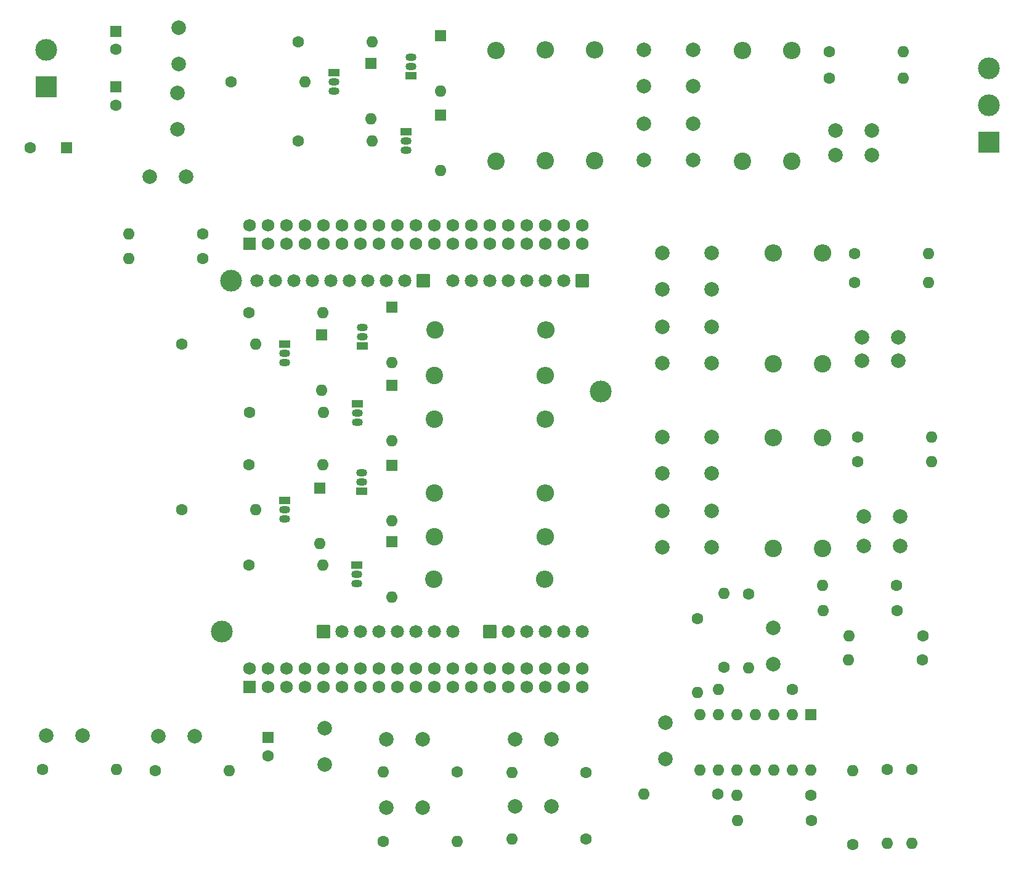
<source format=gbr>
%TF.GenerationSoftware,KiCad,Pcbnew,7.0.8*%
%TF.CreationDate,2024-01-04T13:34:46+01:00*%
%TF.ProjectId,Inverter F446,496e7665-7274-4657-9220-463434362e6b,rev?*%
%TF.SameCoordinates,Original*%
%TF.FileFunction,Soldermask,Bot*%
%TF.FilePolarity,Negative*%
%FSLAX46Y46*%
G04 Gerber Fmt 4.6, Leading zero omitted, Abs format (unit mm)*
G04 Created by KiCad (PCBNEW 7.0.8) date 2024-01-04 13:34:46*
%MOMM*%
%LPD*%
G01*
G04 APERTURE LIST*
G04 Aperture macros list*
%AMRoundRect*
0 Rectangle with rounded corners*
0 $1 Rounding radius*
0 $2 $3 $4 $5 $6 $7 $8 $9 X,Y pos of 4 corners*
0 Add a 4 corners polygon primitive as box body*
4,1,4,$2,$3,$4,$5,$6,$7,$8,$9,$2,$3,0*
0 Add four circle primitives for the rounded corners*
1,1,$1+$1,$2,$3*
1,1,$1+$1,$4,$5*
1,1,$1+$1,$6,$7*
1,1,$1+$1,$8,$9*
0 Add four rect primitives between the rounded corners*
20,1,$1+$1,$2,$3,$4,$5,0*
20,1,$1+$1,$4,$5,$6,$7,0*
20,1,$1+$1,$6,$7,$8,$9,0*
20,1,$1+$1,$8,$9,$2,$3,0*%
G04 Aperture macros list end*
%ADD10C,2.000000*%
%ADD11C,1.600000*%
%ADD12O,1.600000X1.600000*%
%ADD13R,1.600000X1.600000*%
%ADD14R,1.500000X1.050000*%
%ADD15O,1.500000X1.050000*%
%ADD16C,2.400000*%
%ADD17O,2.400000X2.400000*%
%ADD18R,3.000000X3.000000*%
%ADD19C,3.000000*%
%ADD20RoundRect,0.102000X0.802500X-0.802500X0.802500X0.802500X-0.802500X0.802500X-0.802500X-0.802500X0*%
%ADD21C,1.809000*%
%ADD22RoundRect,0.102000X0.765000X-0.765000X0.765000X0.765000X-0.765000X0.765000X-0.765000X-0.765000X0*%
%ADD23C,1.734000*%
G04 APERTURE END LIST*
D10*
%TO.C,C12*%
X109220000Y-55860000D03*
X109220000Y-60860000D03*
%TD*%
D11*
%TO.C,R37*%
X39260959Y-43050087D03*
D12*
X29100959Y-43050087D03*
%TD*%
D13*
%TO.C,D2*%
X62339688Y-19656242D03*
D12*
X62339688Y-27276242D03*
%TD*%
D10*
%TO.C,C24*%
X130078061Y-85980594D03*
X135078061Y-85980594D03*
%TD*%
D14*
%TO.C,Q3*%
X57274523Y-20926242D03*
D15*
X57274523Y-22196242D03*
X57274523Y-23466242D03*
%TD*%
D16*
%TO.C,L6*%
X79586667Y-33127323D03*
D17*
X79586667Y-17887323D03*
%TD*%
D13*
%TO.C,C7*%
X27339244Y-22871589D03*
D11*
X27339244Y-25371589D03*
%TD*%
D16*
%TO.C,L16*%
X124460000Y-86360000D03*
D17*
X124460000Y-71120000D03*
%TD*%
D11*
%TO.C,R5*%
X45685407Y-67651038D03*
D12*
X55845407Y-67651038D03*
%TD*%
D11*
%TO.C,R14*%
X114300000Y-92611804D03*
D12*
X114300000Y-102771804D03*
%TD*%
D18*
%TO.C,J1*%
X17780000Y-22860000D03*
D19*
X17780000Y-17780000D03*
%TD*%
D11*
%TO.C,R1*%
X52379688Y-16701823D03*
D12*
X62539688Y-16701823D03*
%TD*%
D14*
%TO.C,Q8*%
X61147815Y-78446962D03*
D15*
X61147815Y-77176962D03*
X61147815Y-75906962D03*
%TD*%
D10*
%TO.C,C25*%
X87187777Y-112579296D03*
X82187777Y-112579296D03*
%TD*%
D11*
%TO.C,R22*%
X122815658Y-120253120D03*
D12*
X112655658Y-120253120D03*
%TD*%
D11*
%TO.C,R32*%
X64049887Y-126628662D03*
D12*
X74209887Y-126628662D03*
%TD*%
D11*
%TO.C,R25*%
X138179567Y-101648266D03*
D12*
X128019567Y-101648266D03*
%TD*%
D11*
%TO.C,R21*%
X133320319Y-116710364D03*
D12*
X133320319Y-126870364D03*
%TD*%
D10*
%TO.C,C34*%
X32020697Y-35199069D03*
X37020697Y-35199069D03*
%TD*%
D11*
%TO.C,R28*%
X128555967Y-127055435D03*
D12*
X128555967Y-116895435D03*
%TD*%
D13*
%TO.C,C32*%
X48260000Y-112346386D03*
D11*
X48260000Y-114846386D03*
%TD*%
%TO.C,R11*%
X134620000Y-91440000D03*
D12*
X124460000Y-91440000D03*
%TD*%
D11*
%TO.C,R40*%
X129287238Y-71015959D03*
D12*
X139447238Y-71015959D03*
%TD*%
D16*
%TO.C,L3*%
X113453332Y-33127323D03*
D17*
X113453332Y-17887323D03*
%TD*%
D11*
%TO.C,R10*%
X125402877Y-21642615D03*
D12*
X135562877Y-21642615D03*
%TD*%
D16*
%TO.C,L7*%
X71205233Y-56291482D03*
D17*
X86445233Y-56291482D03*
%TD*%
D10*
%TO.C,C21*%
X129840775Y-60555652D03*
X134840775Y-60555652D03*
%TD*%
D11*
%TO.C,R39*%
X128860592Y-45829420D03*
D12*
X139020592Y-45829420D03*
%TD*%
D19*
%TO.C,U1*%
X41910000Y-97790000D03*
X93980000Y-64770000D03*
X43180000Y-49530000D03*
D20*
X69600000Y-49530000D03*
D21*
X67060000Y-49530000D03*
X64520000Y-49530000D03*
X61980000Y-49530000D03*
X59440000Y-49530000D03*
X56900000Y-49530000D03*
X54360000Y-49530000D03*
X51820000Y-49530000D03*
X49280000Y-49530000D03*
X46740000Y-49530000D03*
D20*
X55880000Y-97790000D03*
D21*
X58420000Y-97790000D03*
X60960000Y-97790000D03*
X63500000Y-97790000D03*
X66040000Y-97790000D03*
X68580000Y-97790000D03*
X71120000Y-97790000D03*
X73660000Y-97790000D03*
D22*
X45720000Y-105410000D03*
D23*
X45720000Y-102870000D03*
X48260000Y-105410000D03*
X48260000Y-102870000D03*
X50800000Y-105410000D03*
X50800000Y-102870000D03*
X53340000Y-105410000D03*
X53340000Y-102870000D03*
X55880000Y-105410000D03*
X55880000Y-102870000D03*
X58420000Y-105410000D03*
X58420000Y-102870000D03*
X60960000Y-105410000D03*
X60960000Y-102870000D03*
X63500000Y-105410000D03*
X63500000Y-102870000D03*
X66040000Y-105410000D03*
X66040000Y-102870000D03*
X68580000Y-105410000D03*
X68580000Y-102870000D03*
X71120000Y-105410000D03*
X71120000Y-102870000D03*
X73660000Y-105410000D03*
X73660000Y-102870000D03*
X76200000Y-105410000D03*
X76200000Y-102870000D03*
X78740000Y-105410000D03*
X78740000Y-102870000D03*
X81280000Y-105410000D03*
X81280000Y-102870000D03*
X83820000Y-105410000D03*
X83820000Y-102870000D03*
X86360000Y-105410000D03*
X86360000Y-102870000D03*
X88900000Y-105410000D03*
X88900000Y-102870000D03*
X91440000Y-105410000D03*
X91440000Y-102870000D03*
D20*
X78740000Y-97790000D03*
D21*
X81280000Y-97790000D03*
X83820000Y-97790000D03*
X86360000Y-97790000D03*
X88900000Y-97790000D03*
X91440000Y-97790000D03*
D20*
X91440000Y-49530000D03*
D21*
X88900000Y-49530000D03*
X86360000Y-49530000D03*
X83820000Y-49530000D03*
X81280000Y-49530000D03*
X78740000Y-49530000D03*
X76200000Y-49530000D03*
X73660000Y-49530000D03*
D22*
X45720000Y-44450000D03*
D23*
X45720000Y-41910000D03*
X48260000Y-44450000D03*
X48260000Y-41910000D03*
X50800000Y-44450000D03*
X50800000Y-41910000D03*
X53340000Y-44450000D03*
X53340000Y-41910000D03*
X55880000Y-44450000D03*
X55880000Y-41910000D03*
X58420000Y-44450000D03*
X58420000Y-41910000D03*
X60960000Y-44450000D03*
X60960000Y-41910000D03*
X63500000Y-44450000D03*
X63500000Y-41910000D03*
X66040000Y-44450000D03*
X66040000Y-41910000D03*
X68580000Y-44450000D03*
X68580000Y-41910000D03*
X71120000Y-44450000D03*
X71120000Y-41910000D03*
X73660000Y-44450000D03*
X73660000Y-41910000D03*
X76200000Y-44450000D03*
X76200000Y-41910000D03*
X78740000Y-44450000D03*
X78740000Y-41910000D03*
X81280000Y-44450000D03*
X81280000Y-41910000D03*
X83820000Y-44450000D03*
X83820000Y-41910000D03*
X86360000Y-44450000D03*
X86360000Y-41910000D03*
X88900000Y-44450000D03*
X88900000Y-41910000D03*
X91440000Y-44450000D03*
X91440000Y-41910000D03*
%TD*%
D10*
%TO.C,C30*%
X69530528Y-121966945D03*
X64530528Y-121966945D03*
%TD*%
D16*
%TO.C,L15*%
X117686665Y-86360000D03*
D17*
X117686665Y-71120000D03*
%TD*%
D11*
%TO.C,R6*%
X45643489Y-53947960D03*
D12*
X55803489Y-53947960D03*
%TD*%
D11*
%TO.C,R31*%
X32730388Y-116927792D03*
D12*
X42890388Y-116927792D03*
%TD*%
D11*
%TO.C,R24*%
X91932762Y-126311292D03*
D12*
X81772762Y-126311292D03*
%TD*%
D11*
%TO.C,R18*%
X129287238Y-74405629D03*
D12*
X139447238Y-74405629D03*
%TD*%
D11*
%TO.C,R26*%
X136681888Y-116739651D03*
D12*
X136681888Y-126899651D03*
%TD*%
D10*
%TO.C,C13*%
X102446667Y-71040000D03*
X102446667Y-76040000D03*
%TD*%
D13*
%TO.C,D3*%
X71966667Y-26777323D03*
D12*
X71966667Y-34397323D03*
%TD*%
D16*
%TO.C,L11*%
X124460000Y-60960000D03*
D17*
X124460000Y-45720000D03*
%TD*%
D11*
%TO.C,R36*%
X39263895Y-46456938D03*
D12*
X29103895Y-46456938D03*
%TD*%
D10*
%TO.C,C19*%
X126223022Y-32251284D03*
X131223022Y-32251284D03*
%TD*%
D16*
%TO.C,L9*%
X71120000Y-68580000D03*
D17*
X86360000Y-68580000D03*
%TD*%
D11*
%TO.C,R7*%
X36350390Y-80986962D03*
D12*
X46510390Y-80986962D03*
%TD*%
D10*
%TO.C,C23*%
X102884990Y-110277675D03*
X102884990Y-115277675D03*
%TD*%
D14*
%TO.C,Q2*%
X67894116Y-21328393D03*
D15*
X67894116Y-20058393D03*
X67894116Y-18788393D03*
%TD*%
D10*
%TO.C,C3*%
X99906666Y-27914127D03*
X99906666Y-32914127D03*
%TD*%
%TO.C,C28*%
X22780000Y-112103866D03*
X17780000Y-112103866D03*
%TD*%
D11*
%TO.C,R29*%
X74228929Y-117082212D03*
D12*
X64068929Y-117082212D03*
%TD*%
D16*
%TO.C,L12*%
X71120000Y-78740000D03*
D17*
X86360000Y-78740000D03*
%TD*%
D16*
%TO.C,L14*%
X71053576Y-90563547D03*
D17*
X86293576Y-90563547D03*
%TD*%
D10*
%TO.C,C22*%
X130078061Y-81930594D03*
X135078061Y-81930594D03*
%TD*%
%TO.C,C20*%
X129840775Y-57266421D03*
X134840775Y-57266421D03*
%TD*%
D14*
%TO.C,Q9*%
X60427815Y-88606962D03*
D15*
X60427815Y-89876962D03*
X60427815Y-91146962D03*
%TD*%
D13*
%TO.C,D4*%
X55566016Y-56982470D03*
D12*
X55566016Y-64602470D03*
%TD*%
D10*
%TO.C,C6*%
X35939341Y-14742570D03*
X35939341Y-19742570D03*
%TD*%
D11*
%TO.C,R17*%
X107286967Y-96031382D03*
D12*
X107286967Y-106191382D03*
%TD*%
D10*
%TO.C,C4*%
X106679999Y-27914127D03*
X106679999Y-32914127D03*
%TD*%
D13*
%TO.C,C8*%
X27339244Y-15210639D03*
D11*
X27339244Y-17710639D03*
%TD*%
%TO.C,R27*%
X122956641Y-123783096D03*
D12*
X112796641Y-123783096D03*
%TD*%
D10*
%TO.C,C5*%
X35829030Y-23685503D03*
X35829030Y-28685503D03*
%TD*%
D16*
%TO.C,L8*%
X71120000Y-62535377D03*
D17*
X86360000Y-62535377D03*
%TD*%
D10*
%TO.C,C16*%
X109220000Y-81180000D03*
X109220000Y-86180000D03*
%TD*%
%TO.C,C14*%
X109220000Y-71040000D03*
X109220000Y-76040000D03*
%TD*%
%TO.C,C27*%
X69503792Y-112555624D03*
X64503792Y-112555624D03*
%TD*%
%TO.C,C9*%
X102446667Y-45720000D03*
X102446667Y-50720000D03*
%TD*%
D16*
%TO.C,L1*%
X86360000Y-33020000D03*
D17*
X86360000Y-17780000D03*
%TD*%
D13*
%TO.C,D8*%
X65240351Y-74929895D03*
D12*
X65240351Y-82549895D03*
%TD*%
D10*
%TO.C,C10*%
X109220000Y-45720000D03*
X109220000Y-50720000D03*
%TD*%
D13*
%TO.C,D5*%
X65272386Y-53194390D03*
D12*
X65272386Y-60814390D03*
%TD*%
D10*
%TO.C,C26*%
X87225483Y-121815448D03*
X82225483Y-121815448D03*
%TD*%
D11*
%TO.C,R38*%
X125402877Y-17977129D03*
D12*
X135562877Y-17977129D03*
%TD*%
D11*
%TO.C,R4*%
X36402410Y-58252470D03*
D12*
X46562410Y-58252470D03*
%TD*%
D11*
%TO.C,R3*%
X52379688Y-30289442D03*
D12*
X62539688Y-30289442D03*
%TD*%
D14*
%TO.C,Q5*%
X61199835Y-58514732D03*
D15*
X61199835Y-57244732D03*
X61199835Y-55974732D03*
%TD*%
D11*
%TO.C,R8*%
X45633387Y-88606962D03*
D12*
X55793387Y-88606962D03*
%TD*%
D11*
%TO.C,R15*%
X128834806Y-49767842D03*
D12*
X138994806Y-49767842D03*
%TD*%
D10*
%TO.C,C29*%
X38157677Y-112201796D03*
X33157677Y-112201796D03*
%TD*%
D13*
%TO.C,D1*%
X71966667Y-15830566D03*
D12*
X71966667Y-23450566D03*
%TD*%
D11*
%TO.C,R16*%
X120278364Y-105719119D03*
D12*
X110118364Y-105719119D03*
%TD*%
D11*
%TO.C,R9*%
X45591469Y-74825039D03*
D12*
X55751469Y-74825039D03*
%TD*%
D13*
%TO.C,D7*%
X55375315Y-78048918D03*
D12*
X55375315Y-85668918D03*
%TD*%
D16*
%TO.C,L13*%
X71120000Y-84718198D03*
D17*
X86360000Y-84718198D03*
%TD*%
D13*
%TO.C,C33*%
X20563953Y-31261220D03*
D11*
X15563953Y-31261220D03*
%TD*%
D10*
%TO.C,C1*%
X99906666Y-17774127D03*
X99906666Y-22774127D03*
%TD*%
D14*
%TO.C,Q1*%
X50500851Y-58252470D03*
D15*
X50500851Y-59522470D03*
X50500851Y-60792470D03*
%TD*%
D13*
%TO.C,D9*%
X65243743Y-85450239D03*
D12*
X65243743Y-93070239D03*
%TD*%
D10*
%TO.C,C17*%
X126199089Y-28871610D03*
X131199089Y-28871610D03*
%TD*%
D11*
%TO.C,R30*%
X17294668Y-116715617D03*
D12*
X27454668Y-116715617D03*
%TD*%
D14*
%TO.C,Q6*%
X60479835Y-66439277D03*
D15*
X60479835Y-67709277D03*
X60479835Y-68979277D03*
%TD*%
D16*
%TO.C,L2*%
X93133333Y-32964127D03*
D17*
X93133333Y-17724127D03*
%TD*%
D11*
%TO.C,R2*%
X43176082Y-22177431D03*
D12*
X53336082Y-22177431D03*
%TD*%
D10*
%TO.C,C11*%
X102446667Y-55860000D03*
X102446667Y-60860000D03*
%TD*%
%TO.C,C15*%
X102446667Y-81180000D03*
X102446667Y-86180000D03*
%TD*%
%TO.C,C31*%
X55999631Y-111028765D03*
X55999631Y-116028765D03*
%TD*%
D11*
%TO.C,R20*%
X134652999Y-94895396D03*
D12*
X124492999Y-94895396D03*
%TD*%
D10*
%TO.C,C18*%
X117629435Y-102268518D03*
X117629435Y-97268518D03*
%TD*%
D13*
%TO.C,U5*%
X122796621Y-109220000D03*
D12*
X120256621Y-109220000D03*
X117716621Y-109220000D03*
X115176621Y-109220000D03*
X112636621Y-109220000D03*
X110096621Y-109220000D03*
X107556621Y-109220000D03*
X107556621Y-116840000D03*
X110096621Y-116840000D03*
X112636621Y-116840000D03*
X115176621Y-116840000D03*
X117716621Y-116840000D03*
X120256621Y-116840000D03*
X122796621Y-116840000D03*
%TD*%
D18*
%TO.C,J2*%
X147320000Y-30480000D03*
D19*
X147320000Y-25400000D03*
X147320000Y-20320000D03*
%TD*%
D11*
%TO.C,R23*%
X110017191Y-120101531D03*
D12*
X99857191Y-120101531D03*
%TD*%
D16*
%TO.C,L4*%
X120226667Y-33127323D03*
D17*
X120226667Y-17887323D03*
%TD*%
D10*
%TO.C,C2*%
X106679999Y-17774127D03*
X106679999Y-22774127D03*
%TD*%
D11*
%TO.C,R12*%
X138203982Y-98332267D03*
D12*
X128043982Y-98332267D03*
%TD*%
D13*
%TO.C,D6*%
X65272386Y-63899492D03*
D12*
X65272386Y-71519492D03*
%TD*%
D16*
%TO.C,L10*%
X117686665Y-60960000D03*
D17*
X117686665Y-45720000D03*
%TD*%
D11*
%TO.C,R19*%
X91906915Y-117204549D03*
D12*
X81746915Y-117204549D03*
%TD*%
D14*
%TO.C,Q4*%
X67174116Y-29015621D03*
D15*
X67174116Y-30285621D03*
X67174116Y-31555621D03*
%TD*%
D11*
%TO.C,R13*%
X110880422Y-102655886D03*
D12*
X110880422Y-92495886D03*
%TD*%
D14*
%TO.C,Q7*%
X50560678Y-79703833D03*
D15*
X50560678Y-80973833D03*
X50560678Y-82243833D03*
%TD*%
M02*

</source>
